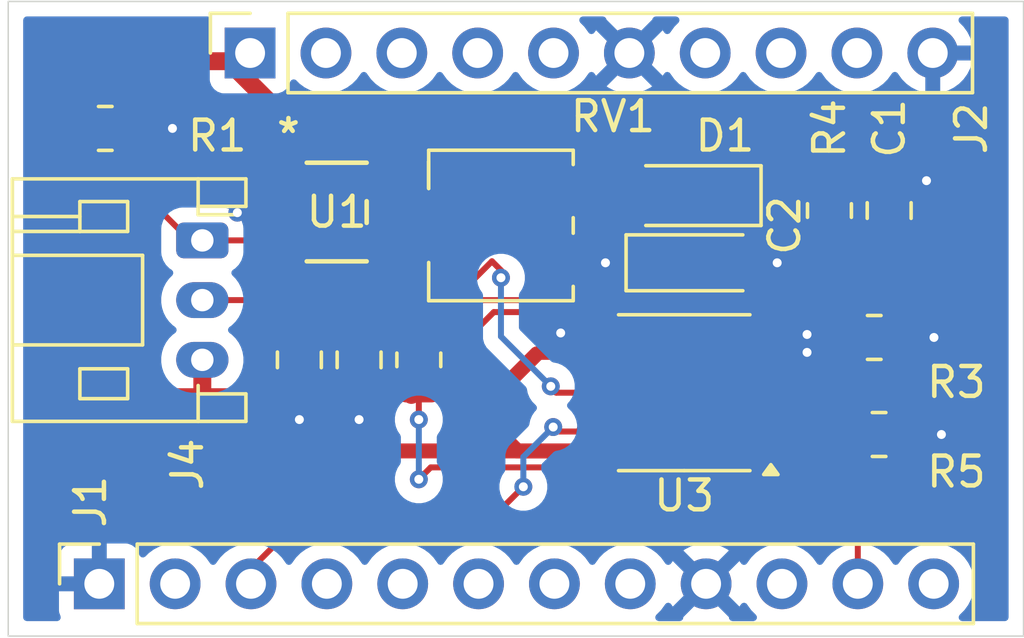
<source format=kicad_pcb>
(kicad_pcb (version 20241229) (generator "pcbnew") (generator_version "9.0")
  (layers (0 "F.Cu" signal) (2 "B.Cu" signal) (13 "F.Paste" user) (15 "B.Paste" user) (5 "F.SilkS" user "F.Silkscreen") (7 "B.SilkS" user "B.Silkscreen") (1 "F.Mask" user) (3 "B.Mask" user) (25 "Edge.Cuts" user))
  (net 0 "")
  (net 1 "GPIO_1")
  (net 2 "GND")
  (net 3 "+3V3")
  (net 4 "Net-(U1-IN-)")
  (net 5 "Net-(U3B-R)")
  (net 6 "Net-(D1-A)")
  (net 7 "Net-(D1-K)")
  (net 8 "GPIO_5")
  (net 24 "Net-(U1-OUT)")
  (net 27 "LDR_SIG")
  (footprint "Potentiometer_SMD:Potentiometer_Bourns_3214J_Horizontal" (layer "F.Cu") (at 108 104.25)
    (property "Reference" "RV1" (at 3.75 -3.65 0) (layer "F.SilkS"))
    (property "Value" "10K")
    (fp_line (start -2.42 -2.52) (end -2.42 -1.24) (stroke (width 0.12)) (layer "F.SilkS"))
    (fp_line (start -2.42 -2.52) (end 2.42 -2.52) (stroke (width 0.12)) (layer "F.SilkS"))
    (fp_line (start -2.42 -2.14) (end -2.42 -2.14) (stroke (width 0.12)) (layer "F.SilkS"))
    (fp_line (start -2.42 -2.14) (end -2.42 -1.24) (stroke (width 0.12)) (layer "F.SilkS"))
    (fp_line (start -2.42 -2.14) (end -2.42 -1.24) (stroke (width 0.12)) (layer "F.SilkS"))
    (fp_line (start -2.42 1.24) (end -2.42 2.52) (stroke (width 0.12)) (layer "F.SilkS"))
    (fp_line (start -2.42 2.52) (end 2.42 2.52) (stroke (width 0.12)) (layer "F.SilkS"))
    (fp_line (start 2.42 -2.52) (end 2.42 -2.04) (stroke (width 0.12)) (layer "F.SilkS"))
    (fp_line (start 2.42 -0.26) (end 2.42 0.26) (stroke (width 0.12)) (layer "F.SilkS"))
    (fp_line (start 2.42 2.04) (end 2.42 2.52) (stroke (width 0.12)) (layer "F.SilkS"))
    (pad "1" smd rect (at 2 -1.15) (size 2 1.3) (layers "F.Cu" "F.Mask" "F.Paste") (net 3 "+3V3"))
    (pad "2" smd rect (at -2 0) (size 2 2) (layers "F.Cu" "F.Mask" "F.Paste") (net 4 "Net-(U1-IN-)"))
    (pad "3" smd rect (at 2 1.15) (size 2 1.3) (layers "F.Cu" "F.Mask" "F.Paste") (net 2 "GND"))
  )
  (footprint "Capacitor_Tantalum_SMD:CP_EIA-3216-18_Kemet-A" (layer "F.Cu") (at 114.5 105.5)
    (property "Reference" "C2" (hide yes))
    (property "Value" "22uF")
    (fp_line (start -2.31 -0.935) (end -2.31 0.935) (stroke (width 0.12)) (layer "F.SilkS"))
    (fp_line (start -2.31 0.935) (end 1.6 0.935) (stroke (width 0.12)) (layer "F.SilkS"))
    (fp_line (start 1.6 -0.935) (end -2.31 -0.935) (stroke (width 0.12)) (layer "F.SilkS"))
    (pad "1" smd roundrect (at -1.35 0) (size 1.4 1.35) (layers "F.Cu" "F.Mask" "F.Paste") (roundrect_rratio 0.185185) (net 6 "Net-(D1-A)"))
    (pad "2" smd roundrect (at 1.35 0) (size 1.4 1.35) (layers "F.Cu" "F.Mask" "F.Paste") (roundrect_rratio 0.185185) (net 2 "GND"))
  )
  (footprint "Capacitor_SMD:C_0805_2012Metric" (layer "F.Cu") (at 103.25 108.75 -90)
    (property "Reference" "C3" (hide yes))
    (property "Value" "100nF")
    (fp_line (start -0.261252 0.735) (end 0.261252 0.735) (stroke (width 0.12)) (layer "F.SilkS"))
    (fp_line (start -0.261252 -0.735) (end 0.261252 -0.735) (stroke (width 0.12)) (layer "F.SilkS"))
    (pad "1" smd roundrect (at -0.95 0 270) (size 1 1.45) (layers "F.Cu" "F.Mask" "F.Paste") (net 3 "+3V3"))
    (pad "2" smd roundrect (at 0.95 0 270) (size 1 1.45) (layers "F.Cu" "F.Mask" "F.Paste") (net 2 "GND"))
  )
  (footprint "Resistor_SMD:R_0805_2012Metric" (layer "F.Cu") (at 105.25 108.75 90)
    (property "Reference" "R2" (hide yes))
    (property "Value" "2.2M")
    (fp_line (start -0.227064 -0.735) (end 0.227064 -0.735) (stroke (width 0.12)) (layer "F.SilkS"))
    (fp_line (start -0.227064 0.735) (end 0.227064 0.735) (stroke (width 0.12)) (layer "F.SilkS"))
    (pad "1" smd roundrect (at -0.9125 0 90) (size 1.025 1.4) (layers "F.Cu" "F.Mask" "F.Paste") (roundrect_rratio 0.243902) (net 6 "Net-(D1-A)"))
    (pad "2" smd roundrect (at 0.9125 0 90) (size 1.025 1.4) (layers "F.Cu" "F.Mask" "F.Paste") (roundrect_rratio 0.243902) (net 3 "+3V3"))
  )
  (footprint "Diode_SMD:D_SOD-123F" (layer "F.Cu") (at 114.5 103.25 180)
    (property "Reference" "D1" (at -1 2 180) (layer "F.SilkS"))
    (property "Value" "1N4148" (hide yes))
    (fp_line (start -2.21 1) (end 1.65 1) (stroke (width 0.12)) (layer "F.SilkS"))
    (fp_line (start -2.21 -1) (end 1.65 -1) (stroke (width 0.12)) (layer "F.SilkS"))
    (fp_line (start -2.21 -1) (end -2.21 1) (stroke (width 0.12)) (layer "F.SilkS"))
    (pad "1" smd roundrect (at -1.4 0 180) (size 1.1 1.1) (layers "F.Cu" "F.Mask" "F.Paste") (roundrect_rratio 0.2272727273) (net 7 "Net-(D1-K)"))
    (pad "2" smd roundrect (at 1.4 0 180) (size 1.1 1.1) (layers "F.Cu" "F.Mask" "F.Paste") (roundrect_rratio 0.2272727273) (net 6 "Net-(D1-A)"))
  )
  (footprint "Resistor_SMD:R_0805_2012Metric" (layer "F.Cu") (at 94.75 101 180)
    (property "Reference" "R1" (at -3.75 -0.25 0) (layer "F.SilkS"))
    (property "Value" "10K")
    (fp_line (start -0.227064 0.735) (end 0.227064 0.735) (stroke (width 0.12)) (layer "F.SilkS"))
    (fp_line (start -0.227064 -0.735) (end 0.227064 -0.735) (stroke (width 0.12)) (layer "F.SilkS"))
    (pad "1" smd roundrect (at -0.9125 0 180) (size 1.025 1.4) (layers "F.Cu" "F.Mask" "F.Paste") (roundrect_rratio 0.243902) (net 2 "GND"))
    (pad "2" smd roundrect (at 0.9125 0 180) (size 1.025 1.4) (layers "F.Cu" "F.Mask" "F.Paste") (roundrect_rratio 0.243902) (net 27 "LDR_SIG"))
  )
  (footprint "Capacitor_SMD:C_0805_2012Metric" (layer "F.Cu") (at 101.25 108.75 90)
    (property "Reference" "C4" (hide yes))
    (property "Value" "10uF")
    (fp_line (start -0.261252 -0.735) (end 0.261252 -0.735) (stroke (width 0.12)) (layer "F.SilkS"))
    (fp_line (start -0.261252 0.735) (end 0.261252 0.735) (stroke (width 0.12)) (layer "F.SilkS"))
    (pad "1" smd roundrect (at -0.95 0 90) (size 1 1.45) (layers "F.Cu" "F.Mask" "F.Paste") (net 2 "GND"))
    (pad "2" smd roundrect (at 0.95 0 90) (size 1 1.45) (layers "F.Cu" "F.Mask" "F.Paste") (net 3 "+3V3"))
  )
  (footprint "Resistor_SMD:R_0805_2012Metric" (layer "F.Cu") (at 120.6625 111.25)
    (property "Reference" "R5" (at 2.5875 1.25 0) (layer "F.SilkS"))
    (property "Value" "1.2K")
    (fp_line (start -0.227064 -0.735) (end 0.227064 -0.735) (stroke (width 0.12)) (layer "F.SilkS"))
    (fp_line (start -0.227064 0.735) (end 0.227064 0.735) (stroke (width 0.12)) (layer "F.SilkS"))
    (pad "1" smd roundrect (at -0.9125 0) (size 1.025 1.4) (layers "F.Cu" "F.Mask" "F.Paste") (roundrect_rratio 0.243902) (net 1 "GPIO_1"))
    (pad "2" smd roundrect (at 0.9125 0) (size 1.025 1.4) (layers "F.Cu" "F.Mask" "F.Paste") (roundrect_rratio 0.243902) (net 2 "GND"))
  )
  (footprint "Package_SO:TSSOP-14_4.4x5mm_P0.65mm" (layer "F.Cu") (at 114.1375 109.85 180)
    (property "Reference" "U3" (at 0 -3.45 0) (layer "F.SilkS"))
    (property "Value" "4013")
    (fp_line (start 0 2.61) (end 2.2 2.61) (stroke (width 0.12)) (layer "F.SilkS"))
    (fp_line (start 0 2.61) (end -2.2 2.61) (stroke (width 0.12)) (layer "F.SilkS"))
    (fp_line (start 0 -2.61) (end 2.2 -2.61) (stroke (width 0.12)) (layer "F.SilkS"))
    (fp_line (start 0 -2.61) (end -2.2 -2.61) (stroke (width 0.12)) (layer "F.SilkS"))
    (fp_poly (pts (xy -2.9 -2.41) (xy -3.14 -2.74) (xy -2.66 -2.74) (xy -2.9 -2.41)) (stroke (width 0.12)) (fill yes) (layer "F.SilkS"))
    (pad "1" smd roundrect (at -2.8625 -1.95 180) (size 1.475 0.4) (layers "F.Cu" "F.Mask" "F.Paste") (net 7 "Net-(D1-K)"))
    (pad "2" smd roundrect (at -2.8625 -1.3 180) (size 1.475 0.4) (layers "F.Cu" "F.Mask" "F.Paste"))
    (pad "3" smd roundrect (at -2.8625 -0.65 180) (size 1.475 0.4) (layers "F.Cu" "F.Mask" "F.Paste") (net 24 "Net-(U1-OUT)"))
    (pad "4" smd roundrect (at -2.8625 0 180) (size 1.475 0.4) (layers "F.Cu" "F.Mask" "F.Paste") (net 6 "Net-(D1-A)"))
    (pad "5" smd roundrect (at -2.8625 0.65 180) (size 1.475 0.4) (layers "F.Cu" "F.Mask" "F.Paste") (net 3 "+3V3"))
    (pad "6" smd roundrect (at -2.8625 1.3 180) (size 1.475 0.4) (layers "F.Cu" "F.Mask" "F.Paste") (net 2 "GND"))
    (pad "7" smd roundrect (at -2.8625 1.95 180) (size 1.475 0.4) (layers "F.Cu" "F.Mask" "F.Paste") (net 2 "GND"))
    (pad "8" smd roundrect (at 2.8625 1.95 180) (size 1.475 0.4) (layers "F.Cu" "F.Mask" "F.Paste") (net 2 "GND"))
    (pad "9" smd roundrect (at 2.8625 1.3 180) (size 1.475 0.4) (layers "F.Cu" "F.Mask" "F.Paste") (net 3 "+3V3"))
    (pad "10" smd roundrect (at 2.8625 0.65 180) (size 1.475 0.4) (layers "F.Cu" "F.Mask" "F.Paste") (net 5 "Net-(U3B-R)"))
    (pad "11" smd roundrect (at 2.8625 0 180) (size 1.475 0.4) (layers "F.Cu" "F.Mask" "F.Paste") (net 24 "Net-(U1-OUT)"))
    (pad "12" smd roundrect (at 2.8625 -0.65 180) (size 1.475 0.4) (layers "F.Cu" "F.Mask" "F.Paste"))
    (pad "13" smd roundrect (at 2.8625 -1.3 180) (size 1.475 0.4) (layers "F.Cu" "F.Mask" "F.Paste") (net 8 "GPIO_5"))
    (pad "14" smd roundrect (at 2.8625 -1.95 180) (size 1.475 0.4) (layers "F.Cu" "F.Mask" "F.Paste") (net 3 "+3V3"))
  )
  (footprint "Connector_PinSocket_2.54mm:PinSocket_1x10_P2.54mm_Vertical" (layer "F.Cu") (at 99.6 98.475 90)
    (property "Reference" "J2" (at -2.525 24.15 90) (layer "F.SilkS"))
    (property "Value" "Conn_01x10_Socket" (hide yes))
    (fp_line (start 1.33 -1.33) (end 1.33 0) (stroke (width 0.12)) (layer "F.SilkS"))
    (fp_line (start 0 -1.33) (end 1.33 -1.33) (stroke (width 0.12)) (layer "F.SilkS"))
    (fp_line (start 1.33 1.27) (end 1.33 24.19) (stroke (width 0.12)) (layer "F.SilkS"))
    (fp_line (start -1.33 1.27) (end 1.33 1.27) (stroke (width 0.12)) (layer "F.SilkS"))
    (fp_line (start -1.33 1.27) (end -1.33 24.19) (stroke (width 0.12)) (layer "F.SilkS"))
    (fp_line (start -1.33 24.19) (end 1.33 24.19) (stroke (width 0.12)) (layer "F.SilkS"))
    (pad "1" thru_hole rect (at 0 0 90) (size 1.7 1.7) (drill 1) (layers "*.Cu" "*.Mask") (net 3 "+3V3"))
    (pad "2" thru_hole oval (at 0 2.54 90) (size 1.7 1.7) (drill 1) (layers "*.Cu" "*.Mask"))
    (pad "3" thru_hole oval (at 0 5.08 90) (size 1.7 1.7) (drill 1) (layers "*.Cu" "*.Mask"))
    (pad "4" thru_hole oval (at 0 7.62 90) (size 1.7 1.7) (drill 1) (layers "*.Cu" "*.Mask"))
    (pad "5" thru_hole oval (at 0 10.16 90) (size 1.7 1.7) (drill 1) (layers "*.Cu" "*.Mask"))
    (pad "6" thru_hole oval (at 0 12.7 90) (size 1.7 1.7) (drill 1) (layers "*.Cu" "*.Mask") (net 2 "GND") (thermal_bridge_width 0.5))
    (pad "7" thru_hole oval (at 0 15.24 90) (size 1.7 1.7) (drill 1) (layers "*.Cu" "*.Mask"))
    (pad "8" thru_hole oval (at 0 17.78 90) (size 1.7 1.7) (drill 1) (layers "*.Cu" "*.Mask"))
    (pad "9" thru_hole oval (at 0 20.32 90) (size 1.7 1.7) (drill 1) (layers "*.Cu" "*.Mask"))
    (pad "10" thru_hole oval (at 0 22.86 90) (size 1.7 1.7) (drill 1) (layers "*.Cu" "*.Mask") (net 2 "GND"))
  )
  (footprint "Resistor_SMD:R_0805_2012Metric" (layer "F.Cu") (at 119 103.75 90)
    (property "Reference" "R4" (at 2.75 0 90) (layer "F.SilkS"))
    (property "Value" "10K")
    (fp_line (start -0.227064 -0.735) (end 0.227064 -0.735) (stroke (width 0.12)) (layer "F.SilkS"))
    (fp_line (start -0.227064 0.735) (end 0.227064 0.735) (stroke (width 0.12)) (layer "F.SilkS"))
    (pad "1" smd roundrect (at -0.9125 0 90) (size 1.025 1.4) (layers "F.Cu" "F.Mask" "F.Paste") (roundrect_rratio 0.243902) (net 5 "Net-(U3B-R)"))
    (pad "2" smd roundrect (at 0.9125 0 90) (size 1.025 1.4) (layers "F.Cu" "F.Mask" "F.Paste") (roundrect_rratio 0.243902) (net 7 "Net-(D1-K)"))
  )
  (footprint "Connector_PinSocket_2.54mm:PinSocket_1x12_P2.54mm_Vertical" (layer "F.Cu") (at 94.55 116.25 90)
    (property "Reference" "J1" (at 2.75 -0.3 90) (layer "F.SilkS"))
    (property "Value" "Conn_01x12_Socket" (hide yes))
    (fp_line (start 1.33 -1.33) (end 1.33 0) (stroke (width 0.12)) (layer "F.SilkS"))
    (fp_line (start 0 -1.33) (end 1.33 -1.33) (stroke (width 0.12)) (layer "F.SilkS"))
    (fp_line (start 1.33 1.27) (end 1.33 29.27) (stroke (width 0.12)) (layer "F.SilkS"))
    (fp_line (start -1.33 1.27) (end 1.33 1.27) (stroke (width 0.12)) (layer "F.SilkS"))
    (fp_line (start -1.33 1.27) (end -1.33 29.27) (stroke (width 0.12)) (layer "F.SilkS"))
    (fp_line (start -1.33 29.27) (end 1.33 29.27) (stroke (width 0.12)) (layer "F.SilkS"))
    (pad "1" thru_hole rect (at 0 0 90) (size 1.7 1.7) (drill 1) (layers "*.Cu" "*.Mask") (net 2 "GND"))
    (pad "2" thru_hole oval (at 0 2.54 90) (size 1.7 1.7) (drill 1) (layers "*.Cu" "*.Mask"))
    (pad "3" thru_hole oval (at 0 5.08 90) (size 1.7 1.7) (drill 1) (layers "*.Cu" "*.Mask") (net 8 "GPIO_5"))
    (pad "4" thru_hole oval (at 0 7.62 90) (size 1.7 1.7) (drill 1) (layers "*.Cu" "*.Mask"))
    (pad "5" thru_hole oval (at 0 10.16 90) (size 1.7 1.7) (drill 1) (layers "*.Cu" "*.Mask"))
    (pad "6" thru_hole oval (at 0 12.7 90) (size 1.7 1.7) (drill 1) (layers "*.Cu" "*.Mask"))
    (pad "7" thru_hole oval (at 0 15.24 90) (size 1.7 1.7) (drill 1) (layers "*.Cu" "*.Mask"))
    (pad "8" thru_hole oval (at 0 17.78 90) (size 1.7 1.7) (drill 1) (layers "*.Cu" "*.Mask"))
    (pad "9" thru_hole oval (at 0 20.32 90) (size 1.7 1.7) (drill 1) (layers "*.Cu" "*.Mask") (net 2 "GND"))
    (pad "10" thru_hole oval (at 0 22.86 90) (size 1.7 1.7) (drill 1) (layers "*.Cu" "*.Mask"))
    (pad "11" thru_hole oval (at 0 25.4 90) (size 1.7 1.7) (drill 1) (layers "*.Cu" "*.Mask") (net 1 "GPIO_1"))
    (pad "12" thru_hole oval (at 0 27.94 90) (size 1.7 1.7) (drill 1) (layers "*.Cu" "*.Mask"))
  )
  (footprint "TLV7011DBVR:SOT_1DBVR_TEX" (layer "F.Cu") (at 102.5 103.80004)
    (property "Reference" "U1" (at 0 0 0) (layer "F.SilkS"))
    (property "Value" "TLV7011DBVR")
    (fp_line (start -1.0033 1.651) (end 1.0033 1.651) (stroke (width 0.1524)) (layer "F.SilkS"))
    (fp_line (start 1.0033 -1.651) (end -1.0033 -1.651) (stroke (width 0.1524)) (layer "F.SilkS"))
    (fp_line (start 1.0033 0.36322) (end 1.0033 -0.36322) (stroke (width 0.1524)) (layer "F.SilkS"))
    (fp_text user "*" (at -1.61645 -2.60096 0) (layer "F.SilkS"))
    (pad "1" smd rect (at -1.362451 -0.94996) (size 0.972299 0.508) (layers "F.Cu" "F.Mask" "F.Paste") (net 24 "Net-(U1-OUT)"))
    (pad "2" smd rect (at -1.362451 0) (size 0.972299 0.508) (layers "F.Cu" "F.Mask" "F.Paste") (net 2 "GND"))
    (pad "3" smd rect (at -1.362451 0.94996) (size 0.972299 0.508) (layers "F.Cu" "F.Mask" "F.Paste") (net 27 "LDR_SIG"))
    (pad "4" smd rect (at 1.362451 0.94996) (size 0.972299 0.508) (layers "F.Cu" "F.Mask" "F.Paste") (net 4 "Net-(U1-IN-)"))
    (pad "5" smd rect (at 1.362451 -0.94996) (size 0.972299 0.508) (layers "F.Cu" "F.Mask" "F.Paste") (net 3 "+3V3"))
  )
  (footprint "Connector_JST:JST_PH_S3B-PH-K_1x03_P2.00mm_Horizontal" (layer "F.Cu") (at 98 104.75 -90)
    (property "Reference" "J4" (at 7.5 0.5 270) (layer "F.SilkS"))
    (property "Value" "Conn_01x03_Socket" (hide yes))
    (fp_line (start -2.06 6.36) (end 6.06 6.36) (stroke (width 0.12)) (layer "F.SilkS"))
    (fp_line (start 0.5 6.36) (end 0.5 2) (stroke (width 0.12)) (layer "F.SilkS"))
    (fp_line (start 6.06 6.36) (end 6.06 -1.46) (stroke (width 0.12)) (layer "F.SilkS"))
    (fp_line (start -1.3 4.1) (end -0.3 4.1) (stroke (width 0.12)) (layer "F.SilkS"))
    (fp_line (start -0.8 4.1) (end -0.8 6.36) (stroke (width 0.12)) (layer "F.SilkS"))
    (fp_line (start -0.3 4.1) (end -0.3 6.36) (stroke (width 0.12)) (layer "F.SilkS"))
    (fp_line (start -0.3 4.1) (end -0.3 2.5) (stroke (width 0.12)) (layer "F.SilkS"))
    (fp_line (start 4.3 4.1) (end 4.3 2.5) (stroke (width 0.12)) (layer "F.SilkS"))
    (fp_line (start 5.3 4.1) (end 4.3 4.1) (stroke (width 0.12)) (layer "F.SilkS"))
    (fp_line (start -1.3 2.5) (end -1.3 4.1) (stroke (width 0.12)) (layer "F.SilkS"))
    (fp_line (start -0.3 2.5) (end -1.3 2.5) (stroke (width 0.12)) (layer "F.SilkS"))
    (fp_line (start 4.3 2.5) (end 5.3 2.5) (stroke (width 0.12)) (layer "F.SilkS"))
    (fp_line (start 5.3 2.5) (end 5.3 4.1) (stroke (width 0.12)) (layer "F.SilkS"))
    (fp_line (start 0.5 2) (end 3.5 2) (stroke (width 0.12)) (layer "F.SilkS"))
    (fp_line (start 3.5 2) (end 3.5 6.36) (stroke (width 0.12)) (layer "F.SilkS"))
    (fp_line (start -2.06 0.14) (end -1.14 0.14) (stroke (width 0.12)) (layer "F.SilkS"))
    (fp_line (start -1.14 0.14) (end -1.14 -1.46) (stroke (width 0.12)) (layer "F.SilkS"))
    (fp_line (start -0.86 0.14) (end -1.14 0.14) (stroke (width 0.12)) (layer "F.SilkS"))
    (fp_line (start -0.86 0.14) (end -0.86 -1.075) (stroke (width 0.12)) (layer "F.SilkS"))
    (fp_line (start 5.14 0.14) (end 4.86 0.14) (stroke (width 0.12)) (layer "F.SilkS"))
    (fp_line (start 6.06 0.14) (end 5.14 0.14) (stroke (width 0.12)) (layer "F.SilkS"))
    (fp_line (start -2.06 -1.46) (end -2.06 6.36) (stroke (width 0.12)) (layer "F.SilkS"))
    (fp_line (start -1.14 -1.46) (end -2.06 -1.46) (stroke (width 0.12)) (layer "F.SilkS"))
    (fp_line (start 5.14 -1.46) (end 5.14 0.14) (stroke (width 0.12)) (layer "F.SilkS"))
    (fp_line (start 6.06 -1.46) (end 5.14 -1.46) (stroke (width 0.12)) (layer "F.SilkS"))
    (pad "1" thru_hole roundrect (at 0 0 270) (size 1.2 1.75) (drill 0.75) (layers "*.Cu" "*.Mask") (roundrect_rratio 0.208333) (net 27 "LDR_SIG"))
    (pad "2" thru_hole oval (at 2 0 270) (size 1.2 1.75) (drill 0.75) (layers "*.Cu" "*.Mask") (net 1 "GPIO_1"))
    (pad "3" thru_hole oval (at 4 0 270) (size 1.2 1.75) (drill 0.75) (layers "*.Cu" "*.Mask") (net 3 "+3V3"))
  )
  (footprint "Resistor_SMD:R_0805_2012Metric" (layer "F.Cu") (at 120.5 108)
    (property "Reference" "R3" (at 2.75 1.5 0) (layer "F.SilkS"))
    (property "Value" "10K")
    (fp_line (start -0.227064 -0.735) (end 0.227064 -0.735) (stroke (width 0.12)) (layer "F.SilkS"))
    (fp_line (start -0.227064 0.735) (end 0.227064 0.735) (stroke (width 0.12)) (layer "F.SilkS"))
    (pad "1" smd roundrect (at -0.9125 0) (size 1.025 1.4) (layers "F.Cu" "F.Mask" "F.Paste") (roundrect_rratio 0.243902) (net 24 "Net-(U1-OUT)"))
    (pad "2" smd roundrect (at 0.9125 0) (size 1.025 1.4) (layers "F.Cu" "F.Mask" "F.Paste") (roundrect_rratio 0.243902) (net 2 "GND"))
  )
  (footprint "Capacitor_SMD:C_0805_2012Metric" (layer "F.Cu") (at 121 103.75 90)
    (property "Reference" "C1" (at 2.75 0 90) (layer "F.SilkS"))
    (property "Value" "100nF")
    (fp_line (start -0.261252 -0.735) (end 0.261252 -0.735) (stroke (width 0.12)) (layer "F.SilkS"))
    (fp_line (start -0.261252 0.735) (end 0.261252 0.735) (stroke (width 0.12)) (layer "F.SilkS"))
    (pad "1" smd roundrect (at -0.95 0 90) (size 1 1.45) (layers "F.Cu" "F.Mask" "F.Paste") (net 5 "Net-(U3B-R)"))
    (pad "2" smd roundrect (at 0.95 0 90) (size 1 1.45) (layers "F.Cu" "F.Mask" "F.Paste") (net 2 "GND"))
  )
  (gr_rect (start 91.5 96.75) (end 125.5 118) (stroke (width 0.05)) (fill no) (layer "Edge.Cuts"))
  (gr_text "C2\n" (at 117.5 104.25 90) (layer "F.SilkS") (effects (font (size 1 1))))
  (segment (start 122.748943 108.601) (end 122.399 108.601) (width 0.2) (layer "F.Cu") (net 1))
  (segment (start 112.96484 101.999) (end 122.348943 101.999) (width 0.2) (layer "F.Cu") (net 1))
  (segment (start 123.101 102.751057) (end 123.101 108.248943) (width 0.2) (layer "F.Cu") (net 1))
  (segment (start 119.95 111.45) (end 119.75 111.25) (width 0.2) (layer "F.Cu") (net 1))
  (segment (start 112.149 105.9339) (end 112.149 102.81484) (width 0.2) (layer "F.Cu") (net 1))
  (segment (start 119.95 116.25) (end 119.95 111.45) (width 0.2) (layer "F.Cu") (net 1))
  (segment (start 122.399 108.601) (end 119.75 111.25) (width 0.2) (layer "F.Cu") (net 1))
  (segment (start 123.101 108.248943) (end 122.748943 108.601) (width 0.2) (layer "F.Cu") (net 1))
  (segment (start 112.149 102.81484) (end 112.96484 101.999) (width 0.2) (layer "F.Cu") (net 1))
  (segment (start 98 106.75) (end 111.3329 106.75) (width 0.2) (layer "F.Cu") (net 1))
  (segment (start 122.348943 101.999) (end 123.101 102.751057) (width 0.2) (layer "F.Cu") (net 1))
  (segment (start 111.3329 106.75) (end 112.149 105.9339) (width 0.2) (layer "F.Cu") (net 1))
  (segment (start 118.25 108.5) (end 117.05 108.5) (width 0.4) (layer "F.Cu") (net 2))
  (segment (start 99.19412 103.80004) (end 99.172917 103.821243) (width 0.2) (layer "F.Cu") (net 2))
  (segment (start 101.25 110.75) (end 101.25 109.7) (width 0.4) (layer "F.Cu") (net 2))
  (segment (start 118.25 107.9) (end 117 107.9) (width 0.4) (layer "F.Cu") (net 2))
  (segment (start 97 101) (end 95.6625 101) (width 0.2) (layer "F.Cu") (net 2))
  (segment (start 117.25 105.5) (end 115.85 105.5) (width 0.4) (layer "F.Cu") (net 2))
  (segment (start 111.5 105.5) (end 110.1 105.5) (width 0.2) (layer "F.Cu") (net 2))
  (segment (start 111.175 108) (end 111.275 107.9) (width 0.2) (layer "F.Cu") (net 2))
  (segment (start 122.5 108) (end 121.4125 108) (width 0.4) (layer "F.Cu") (net 2))
  (segment (start 117.05 108.5) (end 117 108.55) (width 0.2) (layer "F.Cu") (net 2))
  (segment (start 122.75 111.25) (end 121.575 111.25) (width 0.4) (layer "F.Cu") (net 2))
  (segment (start 121.05 102.75) (end 121 102.8) (width 0.2) (layer "F.Cu") (net 2))
  (segment (start 122.25 102.75) (end 121.05 102.75) (width 0.4) (layer "F.Cu") (net 2))
  (segment (start 110.1 105.5) (end 110 105.4) (width 0.2) (layer "F.Cu") (net 2))
  (segment (start 101 109.8875) (end 100.95 109.8375) (width 0.6) (layer "F.Cu") (net 2))
  (segment (start 111.225 107.85) (end 111.275 107.9) (width 0.2) (layer "F.Cu") (net 2))
  (segment (start 117.05 107.85) (end 117 107.9) (width 0.2) (layer "F.Cu") (net 2))
  (segment (start 103.25 110.75) (end 103.25 109.7) (width 0.4) (layer "F.Cu") (net 2))
  (segment (start 101.137549 103.80004) (end 99.19412 103.80004) (width 0.4) (layer "F.Cu") (net 2))
  (segment (start 110 107.85) (end 111.225 107.85) (width 0.4) (layer "F.Cu") (net 2))
  (via (at 111.5 105.5) (size 0.6) (drill 0.3) (layers "F.Cu" "B.Cu") (net 2))
  (via (at 97 101) (size 0.6) (drill 0.3) (layers "F.Cu" "B.Cu") (net 2))
  (via (at 110 107.85) (size 0.6) (drill 0.3) (layers "F.Cu" "B.Cu") (net 2))
  (via (at 122.5 108) (size 0.6) (drill 0.3) (layers "F.Cu" "B.Cu") (net 2))
  (via (at 101.25 110.75) (size 0.6) (drill 0.3) (layers "F.Cu" "B.Cu") (net 2))
  (via (at 103.25 110.75) (size 0.6) (drill 0.3) (layers "F.Cu" "B.Cu") (net 2))
  (via (at 99.172917 103.821243) (size 0.6) (drill 0.3) (layers "F.Cu" "B.Cu") (net 2))
  (via (at 117.25 105.5) (size 0.6) (drill 0.3) (layers "F.Cu" "B.Cu") (net 2))
  (via (at 122.25 102.75) (size 0.6) (drill 0.3) (layers "F.Cu" "B.Cu") (net 2))
  (via (at 118.25 107.9) (size 0.6) (drill 0.3) (layers "F.Cu" "B.Cu") (net 2))
  (via (at 118.25 108.5) (size 0.6) (drill 0.3) (layers "F.Cu" "B.Cu") (net 2))
  (via (at 122.75 111.25) (size 0.6) (drill 0.3) (layers "F.Cu" "B.Cu") (net 2))
  (segment (start 110 103.1) (end 110 101.25) (width 0.6) (layer "F.Cu") (net 3))
  (segment (start 103.862451 102.85008) (end 103.862451 101.362451) (width 0.6) (layer "F.Cu") (net 3))
  (segment (start 108.25 111.5) (end 108.25 109.5) (width 0.5) (layer "F.Cu") (net 3))
  (segment (start 98 110) (end 92.5 110) (width 0.6) (layer "F.Cu") (net 3))
  (segment (start 108.312411 101.25) (end 110 101.25) (width 0.6) (layer "F.Cu") (net 3))
  (segment (start 93.25 98.75) (end 98.875 98.75) (width 0.6) (layer "F.Cu") (net 3))
  (segment (start 98 108.75) (end 98 110) (width 0.6) (layer "F.Cu") (net 3))
  (segment (start 111.275 108.55) (end 110.537501 108.55) (width 0.2) (layer "F.Cu") (net 3))
  (segment (start 99.25 109.8) (end 101.25 107.8) (width 0.6) (layer "F.Cu") (net 3))
  (segment (start 112.1875 111.8) (end 114.7875 109.2) (width 0.5) (layer "F.Cu") (net 3))
  (segment (start 111.275 111.8) (end 108.55 111.8) (width 0.5) (layer "F.Cu") (net 3))
  (segment (start 109.2 108.55) (end 110.537501 108.55) (width 0.4) (layer "F.Cu") (net 3))
  (segment (start 108.25 109.5) (end 109.2 108.55) (width 0.5) (layer "F.Cu") (net 3))
  (segment (start 103.75 101.25) (end 108.312411 101.25) (width 0.6) (layer "F.Cu") (net 3))
  (segment (start 92.5 110) (end 92.5 99.5) (width 0.6) (layer "F.Cu") (net 3))
  (segment (start 103.862451 101.362451) (end 103.75 101.25) (width 0.2) (layer "F.Cu") (net 3))
  (segment (start 105.2125 107.8) (end 105.25 107.8375) (width 0.6) (layer "F.Cu") (net 3))
  (segment (start 101.25 107.8) (end 103.25 107.8) (width 0.6) (layer "F.Cu") (net 3))
  (segment (start 99.25 110) (end 99.25 109.8) (width 0.6) (layer "F.Cu") (net 3))
  (segment (start 108.55 111.8) (end 108.25 111.5) (width 0.5) (layer "F.Cu") (net 3))
  (segment (start 114.7875 109.2) (end 117 109.2) (width 0.5) (layer "F.Cu") (net 3))
  (segment (start 101.375 101.25) (end 103.75 101.25) (width 0.6) (layer "F.Cu") (net 3))
  (segment (start 99 110) (end 98 110) (width 0.6) (layer "F.Cu") (net 3))
  (segment (start 111.275 111.8) (end 100.8 111.8) (width 0.5) (layer "F.Cu") (net 3))
  (segment (start 111.275 111.8) (end 112.1875 111.8) (width 0.5) (layer "F.Cu") (net 3))
  (segment (start 100.8 111.8) (end 99 110) (width 0.5) (layer "F.Cu") (net 3))
  (segment (start 92.5 99.5) (end 93.25 98.75) (width 0.6) (layer "F.Cu") (net 3))
  (segment (start 99 110) (end 99.25 110) (width 0.6) (layer "F.Cu") (net 3))
  (segment (start 98.875 98.75) (end 101.375 101.25) (width 0.6) (layer "F.Cu") (net 3))
  (segment (start 103.25 107.8) (end 105.2125 107.8) (width 0.6) (layer "F.Cu") (net 3))
  (segment (start 105.5 104.75) (end 106 104.25) (width 0.2) (layer "F.Cu") (net 4))
  (segment (start 103.862451 104.75) (end 105.5 104.75) (width 0.2) (layer "F.Cu") (net 4))
  (segment (start 120.274 106.476) (end 121 105.75) (width 0.2) (layer "F.Cu") (net 5))
  (segment (start 121 104.7) (end 119.0375 104.7) (width 0.2) (layer "F.Cu") (net 5))
  (segment (start 121 105.75) (end 121 104.7) (width 0.2) (layer "F.Cu") (net 5))
  (segment (start 112.2875 109.2) (end 115.0115 106.476) (width 0.2) (layer "F.Cu") (net 5))
  (segment (start 111.275 109.2) (end 112.2875 109.2) (width 0.2) (layer "F.Cu") (net 5))
  (segment (start 119.0375 104.7) (end 119 104.6625) (width 0.2) (layer "F.Cu") (net 5))
  (segment (start 115.0115 106.476) (end 120.274 106.476) (width 0.2) (layer "F.Cu") (net 5))
  (segment (start 112.415732 112.351) (end 105.649 112.351) (width 0.2) (layer "F.Cu") (net 6))
  (segment (start 113.15 105.5) (end 111.4995 107.1505) (width 0.2) (layer "F.Cu") (net 6))
  (segment (start 105.25 109.6625) (end 107.7615 107.151) (width 0.2) (layer "F.Cu") (net 6))
  (segment (start 104.9625 109.8875) (end 105 109.925) (width 0.6) (layer "F.Cu") (net 6))
  (segment (start 117 109.85) (end 114.916732 109.85) (width 0.2) (layer "F.Cu") (net 6))
  (segment (start 105.25 110.75) (end 105.25 109.6625) (width 0.2) (layer "F.Cu") (net 6))
  (segment (start 113.4 105.049943) (end 113.1 104.749943) (width 0.2) (layer "F.Cu") (net 6))
  (segment (start 114.916732 109.85) (end 112.415732 112.351) (width 0.2) (layer "F.Cu") (net 6))
  (segment (start 116.262501 109.85) (end 117 109.85) (width 0.2) (layer "F.Cu") (net 6))
  (segment (start 105.649 112.351) (end 105.25 112.75) (width 0.2) (layer "F.Cu") (net 6))
  (segment (start 111.499 107.151) (end 111.4995 107.1505) (width 0.2) (layer "F.Cu") (net 6))
  (segment (start 107.7615 107.151) (end 111.499 107.151) (width 0.2) (layer "F.Cu") (net 6))
  (segment (start 113.1 104.749943) (end 113.1 103.25) (width 0.2) (layer "F.Cu") (net 6))
  (via (at 105.25 110.75) (size 0.6) (drill 0.3) (layers "F.Cu" "B.Cu") (net 6))
  (via (at 105.25 112.75) (size 0.6) (drill 0.3) (layers "F.Cu" "B.Cu") (net 6))
  (segment (start 105.25 112.75) (end 105.25 110.75) (width 0.2) (layer "B.Cu") (net 6))
  (segment (start 121.41216 103.601) (end 119.7635 103.601) (width 0.2) (layer "F.Cu") (net 7))
  (segment (start 120.401 108.68516) (end 120.401 107.31484) (width 0.2) (layer "F.Cu") (net 7))
  (segment (start 118.9023 110.18386) (end 120.401 108.68516) (width 0.2) (layer "F.Cu") (net 7))
  (segment (start 117.737499 111.8) (end 118.9023 110.635199) (width 0.2) (layer "F.Cu") (net 7))
  (segment (start 118.5875 103.25) (end 119 102.8375) (width 0.2) (layer "F.Cu") (net 7))
  (segment (start 118.9023 110.635199) (end 118.9023 110.18386) (width 0.2) (layer "F.Cu") (net 7))
  (segment (start 122.026 104.21484) (end 121.41216 103.601) (width 0.2) (layer "F.Cu") (net 7))
  (segment (start 122.026 105.68984) (end 122.026 104.21484) (width 0.2) (layer "F.Cu") (net 7))
  (segment (start 115.9 103.25) (end 118.5875 103.25) (width 0.2) (layer "F.Cu") (net 7))
  (segment (start 120.401 107.31484) (end 122.026 105.68984) (width 0.2) (layer "F.Cu") (net 7))
  (segment (start 119.7635 103.601) (end 119 102.8375) (width 0.2) (layer "F.Cu") (net 7))
  (segment (start 117 111.8) (end 117.737499 111.8) (width 0.2) (layer "F.Cu") (net 7))
  (segment (start 101.63 113.75) (end 99.63 115.75) (width 0.2) (layer "F.Cu") (net 8))
  (segment (start 109.9 111.15) (end 109.75 111) (width 0.2) (layer "F.Cu") (net 8))
  (segment (start 108.75 113) (end 108 113.75) (width 0.2) (layer "F.Cu") (net 8))
  (segment (start 111.275 111.15) (end 111.176 111.249) (width 0.2) (layer "F.Cu") (net 8))
  (segment (start 111.275 111.15) (end 109.9 111.15) (width 0.2) (layer "F.Cu") (net 8))
  (segment (start 108 113.75) (end 101.63 113.75) (width 0.2) (layer "F.Cu") (net 8))
  (via (at 109.75 111) (size 0.6) (drill 0.3) (layers "F.Cu" "B.Cu") (net 8))
  (via (at 108.75 113) (size 0.6) (drill 0.3) (layers "F.Cu" "B.Cu") (net 8))
  (segment (start 108.75 113) (end 108.75 112) (width 0.2) (layer "B.Cu") (net 8))
  (segment (start 108.75 112) (end 109.75 111) (width 0.2) (layer "B.Cu") (net 8))
  (segment (start 101.137549 102.85008) (end 101.529738 102.85008) (width 0.2) (layer "F.Cu") (net 24))
  (segment (start 119.5875 107.950057) (end 118.886443 107.249) (width 0.2) (layer "F.Cu") (net 24))
  (segment (start 103 104.320342) (end 103 106.25) (width 0.2) (layer "F.Cu") (net 24))
  (segment (start 106.898 106.25) (end 107.699 105.449) (width 0.2) (layer "F.Cu") (net 24))
  (segment (start 119.5875 108) (end 119.5875 107.950057) (width 0.2) (layer "F.Cu") (net 24))
  (segment (start 109.85 109.85) (end 109.75 109.75) (width 0.2) (layer "F.Cu") (net 24))
  (segment (start 118.886443 107.249) (end 114.8056 107.249) (width 0.2) (layer "F.Cu") (net 24))
  (segment (start 119.5875 108) (end 119.5875 108.649999) (width 0.2) (layer "F.Cu") (net 24))
  (segment (start 114.8056 107.249) (end 112.2046 109.85) (width 0.2) (layer "F.Cu") (net 24))
  (segment (start 117.737499 110.5) (end 117 110.5) (width 0.2) (layer "F.Cu") (net 24))
  (segment (start 119.5875 108.649999) (end 117.737499 110.5) (width 0.2) (layer "F.Cu") (net 24))
  (segment (start 116.262501 110.5) (end 117 110.5) (width 0.2) (layer "F.Cu") (net 24))
  (segment (start 107.699 105.449) (end 108 105.75) (width 0.2) (layer "F.Cu") (net 24))
  (segment (start 112.2046 109.85) (end 111.275 109.85) (width 0.2) (layer "F.Cu") (net 24))
  (segment (start 103 106.25) (end 106.898 106.25) (width 0.2) (layer "F.Cu") (net 24))
  (segment (start 101.529738 102.85008) (end 103 104.320342) (width 0.2) (layer "F.Cu") (net 24))
  (segment (start 111.275 109.85) (end 109.85 109.85) (width 0.2) (layer "F.Cu") (net 24))
  (segment (start 108 105.75) (end 108 106) (width 0.2) (layer "F.Cu") (net 24))
  (via (at 108 106) (size 0.6) (drill 0.3) (layers "F.Cu" "B.Cu") (net 24))
  (via (at 109.668626 109.636971) (size 0.6) (drill 0.3) (layers "F.Cu" "B.Cu") (net 24))
  (segment (start 108 106) (end 108 107.968345) (width 0.2) (layer "B.Cu") (net 24))
  (segment (start 108 107.968345) (end 109.668626 109.636971) (width 0.2) (layer "B.Cu") (net 24))
  (segment (start 98 104.75) (end 97.5875 104.75) (width 0.2) (layer "F.Cu") (net 27))
  (segment (start 101.137549 104.75) (end 97.94996 104.75) (width 0.2) (layer "F.Cu") (net 27))
  (segment (start 97.5875 104.75) (end 93.8375 101) (width 0.2) (layer "F.Cu") (net 27))
  (zone (net 2) (net_name "GND") (layer "B.Cu") (connect_pads (clearance 0.5)) (min_thickness 0.25) (fill yes (thermal_gap 0.5) (thermal_bridge_width 0.5))
    (polygon (pts (xy 91.5 96.75) (xy 91.5 118) (xy 125.5 118) (xy 125.5 96.75)))
  )
)
</source>
